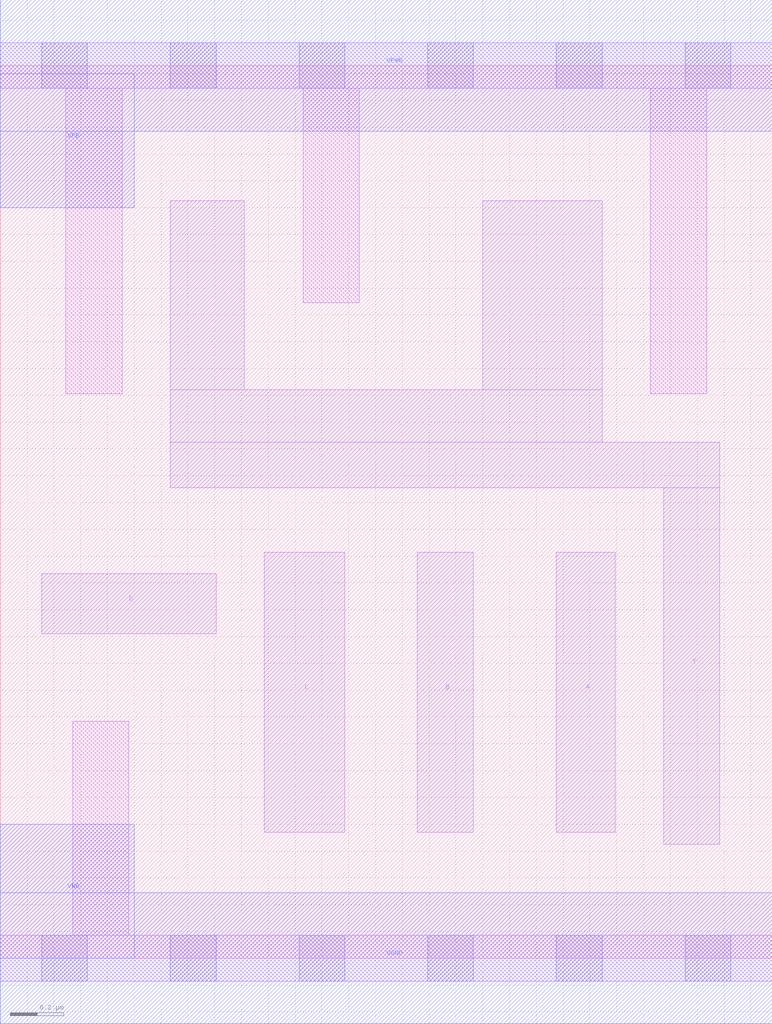
<source format=lef>
# Copyright 2020 The SkyWater PDK Authors
#
# Licensed under the Apache License, Version 2.0 (the "License");
# you may not use this file except in compliance with the License.
# You may obtain a copy of the License at
#
#     https://www.apache.org/licenses/LICENSE-2.0
#
# Unless required by applicable law or agreed to in writing, software
# distributed under the License is distributed on an "AS IS" BASIS,
# WITHOUT WARRANTIES OR CONDITIONS OF ANY KIND, either express or implied.
# See the License for the specific language governing permissions and
# limitations under the License.
#
# SPDX-License-Identifier: Apache-2.0

VERSION 5.5 ;
NAMESCASESENSITIVE ON ;
BUSBITCHARS "[]" ;
DIVIDERCHAR "/" ;
MACRO sky130_fd_sc_lp__nand4_1
  CLASS CORE ;
  SOURCE USER ;
  ORIGIN  0.000000  0.000000 ;
  SIZE  2.880000 BY  3.330000 ;
  SYMMETRY X Y R90 ;
  SITE unit ;
  PIN A
    ANTENNAGATEAREA  0.315000 ;
    DIRECTION INPUT ;
    USE SIGNAL ;
    PORT
      LAYER li1 ;
        RECT 2.075000 0.470000 2.295000 1.515000 ;
    END
  END A
  PIN B
    ANTENNAGATEAREA  0.315000 ;
    DIRECTION INPUT ;
    USE SIGNAL ;
    PORT
      LAYER li1 ;
        RECT 1.555000 0.470000 1.765000 1.515000 ;
    END
  END B
  PIN C
    ANTENNAGATEAREA  0.315000 ;
    DIRECTION INPUT ;
    USE SIGNAL ;
    PORT
      LAYER li1 ;
        RECT 0.985000 0.470000 1.285000 1.515000 ;
    END
  END C
  PIN D
    ANTENNAGATEAREA  0.315000 ;
    DIRECTION INPUT ;
    USE SIGNAL ;
    PORT
      LAYER li1 ;
        RECT 0.155000 1.210000 0.805000 1.435000 ;
    END
  END D
  PIN Y
    ANTENNADIFFAREA  1.134000 ;
    DIRECTION OUTPUT ;
    USE SIGNAL ;
    PORT
      LAYER li1 ;
        RECT 0.635000 1.755000 2.685000 1.925000 ;
        RECT 0.635000 1.925000 2.245000 2.120000 ;
        RECT 0.635000 2.120000 0.910000 2.825000 ;
        RECT 1.800000 2.120000 2.245000 2.825000 ;
        RECT 2.475000 0.425000 2.685000 1.755000 ;
    END
  END Y
  PIN VGND
    DIRECTION INOUT ;
    USE GROUND ;
    PORT
      LAYER met1 ;
        RECT 0.000000 -0.245000 2.880000 0.245000 ;
    END
  END VGND
  PIN VNB
    DIRECTION INOUT ;
    USE GROUND ;
    PORT
      LAYER met1 ;
        RECT 0.000000 0.000000 0.500000 0.500000 ;
    END
  END VNB
  PIN VPB
    DIRECTION INOUT ;
    USE POWER ;
    PORT
      LAYER met1 ;
        RECT 0.000000 2.800000 0.500000 3.300000 ;
    END
  END VPB
  PIN VPWR
    DIRECTION INOUT ;
    USE POWER ;
    PORT
      LAYER met1 ;
        RECT 0.000000 3.085000 2.880000 3.575000 ;
    END
  END VPWR
  OBS
    LAYER li1 ;
      RECT 0.000000 -0.085000 2.880000 0.085000 ;
      RECT 0.000000  3.245000 2.880000 3.415000 ;
      RECT 0.245000  2.105000 0.455000 3.245000 ;
      RECT 0.270000  0.085000 0.480000 0.885000 ;
      RECT 1.130000  2.445000 1.340000 3.245000 ;
      RECT 2.425000  2.105000 2.635000 3.245000 ;
    LAYER mcon ;
      RECT 0.155000 -0.085000 0.325000 0.085000 ;
      RECT 0.155000  3.245000 0.325000 3.415000 ;
      RECT 0.635000 -0.085000 0.805000 0.085000 ;
      RECT 0.635000  3.245000 0.805000 3.415000 ;
      RECT 1.115000 -0.085000 1.285000 0.085000 ;
      RECT 1.115000  3.245000 1.285000 3.415000 ;
      RECT 1.595000 -0.085000 1.765000 0.085000 ;
      RECT 1.595000  3.245000 1.765000 3.415000 ;
      RECT 2.075000 -0.085000 2.245000 0.085000 ;
      RECT 2.075000  3.245000 2.245000 3.415000 ;
      RECT 2.555000 -0.085000 2.725000 0.085000 ;
      RECT 2.555000  3.245000 2.725000 3.415000 ;
  END
END sky130_fd_sc_lp__nand4_1

</source>
